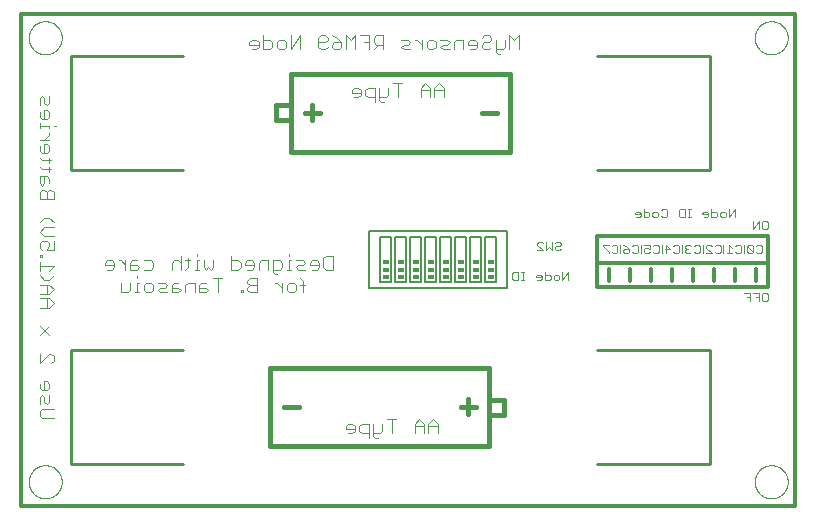
<source format=gbo>
G75*
%MOIN*%
%OFA0B0*%
%FSLAX25Y25*%
%IPPOS*%
%LPD*%
%AMOC8*
5,1,8,0,0,1.08239X$1,22.5*
%
%ADD10C,0.00000*%
%ADD11C,0.01200*%
%ADD12C,0.00400*%
%ADD13C,0.00300*%
%ADD14C,0.01000*%
%ADD15C,0.01600*%
%ADD16C,0.00800*%
%ADD17C,0.00700*%
%ADD18C,0.00600*%
%ADD19R,0.02000X0.01500*%
D10*
X0004288Y0009800D02*
X0004290Y0009948D01*
X0004296Y0010096D01*
X0004306Y0010244D01*
X0004320Y0010391D01*
X0004338Y0010538D01*
X0004359Y0010684D01*
X0004385Y0010830D01*
X0004415Y0010975D01*
X0004448Y0011119D01*
X0004486Y0011262D01*
X0004527Y0011404D01*
X0004572Y0011545D01*
X0004620Y0011685D01*
X0004673Y0011824D01*
X0004729Y0011961D01*
X0004789Y0012096D01*
X0004852Y0012230D01*
X0004919Y0012362D01*
X0004990Y0012492D01*
X0005064Y0012620D01*
X0005141Y0012746D01*
X0005222Y0012870D01*
X0005306Y0012992D01*
X0005393Y0013111D01*
X0005484Y0013228D01*
X0005578Y0013343D01*
X0005674Y0013455D01*
X0005774Y0013565D01*
X0005876Y0013671D01*
X0005982Y0013775D01*
X0006090Y0013876D01*
X0006201Y0013974D01*
X0006314Y0014070D01*
X0006430Y0014162D01*
X0006548Y0014251D01*
X0006669Y0014336D01*
X0006792Y0014419D01*
X0006917Y0014498D01*
X0007044Y0014574D01*
X0007173Y0014646D01*
X0007304Y0014715D01*
X0007437Y0014780D01*
X0007572Y0014841D01*
X0007708Y0014899D01*
X0007845Y0014954D01*
X0007984Y0015004D01*
X0008125Y0015051D01*
X0008266Y0015094D01*
X0008409Y0015134D01*
X0008553Y0015169D01*
X0008697Y0015201D01*
X0008843Y0015228D01*
X0008989Y0015252D01*
X0009136Y0015272D01*
X0009283Y0015288D01*
X0009430Y0015300D01*
X0009578Y0015308D01*
X0009726Y0015312D01*
X0009874Y0015312D01*
X0010022Y0015308D01*
X0010170Y0015300D01*
X0010317Y0015288D01*
X0010464Y0015272D01*
X0010611Y0015252D01*
X0010757Y0015228D01*
X0010903Y0015201D01*
X0011047Y0015169D01*
X0011191Y0015134D01*
X0011334Y0015094D01*
X0011475Y0015051D01*
X0011616Y0015004D01*
X0011755Y0014954D01*
X0011892Y0014899D01*
X0012028Y0014841D01*
X0012163Y0014780D01*
X0012296Y0014715D01*
X0012427Y0014646D01*
X0012556Y0014574D01*
X0012683Y0014498D01*
X0012808Y0014419D01*
X0012931Y0014336D01*
X0013052Y0014251D01*
X0013170Y0014162D01*
X0013286Y0014070D01*
X0013399Y0013974D01*
X0013510Y0013876D01*
X0013618Y0013775D01*
X0013724Y0013671D01*
X0013826Y0013565D01*
X0013926Y0013455D01*
X0014022Y0013343D01*
X0014116Y0013228D01*
X0014207Y0013111D01*
X0014294Y0012992D01*
X0014378Y0012870D01*
X0014459Y0012746D01*
X0014536Y0012620D01*
X0014610Y0012492D01*
X0014681Y0012362D01*
X0014748Y0012230D01*
X0014811Y0012096D01*
X0014871Y0011961D01*
X0014927Y0011824D01*
X0014980Y0011685D01*
X0015028Y0011545D01*
X0015073Y0011404D01*
X0015114Y0011262D01*
X0015152Y0011119D01*
X0015185Y0010975D01*
X0015215Y0010830D01*
X0015241Y0010684D01*
X0015262Y0010538D01*
X0015280Y0010391D01*
X0015294Y0010244D01*
X0015304Y0010096D01*
X0015310Y0009948D01*
X0015312Y0009800D01*
X0015310Y0009652D01*
X0015304Y0009504D01*
X0015294Y0009356D01*
X0015280Y0009209D01*
X0015262Y0009062D01*
X0015241Y0008916D01*
X0015215Y0008770D01*
X0015185Y0008625D01*
X0015152Y0008481D01*
X0015114Y0008338D01*
X0015073Y0008196D01*
X0015028Y0008055D01*
X0014980Y0007915D01*
X0014927Y0007776D01*
X0014871Y0007639D01*
X0014811Y0007504D01*
X0014748Y0007370D01*
X0014681Y0007238D01*
X0014610Y0007108D01*
X0014536Y0006980D01*
X0014459Y0006854D01*
X0014378Y0006730D01*
X0014294Y0006608D01*
X0014207Y0006489D01*
X0014116Y0006372D01*
X0014022Y0006257D01*
X0013926Y0006145D01*
X0013826Y0006035D01*
X0013724Y0005929D01*
X0013618Y0005825D01*
X0013510Y0005724D01*
X0013399Y0005626D01*
X0013286Y0005530D01*
X0013170Y0005438D01*
X0013052Y0005349D01*
X0012931Y0005264D01*
X0012808Y0005181D01*
X0012683Y0005102D01*
X0012556Y0005026D01*
X0012427Y0004954D01*
X0012296Y0004885D01*
X0012163Y0004820D01*
X0012028Y0004759D01*
X0011892Y0004701D01*
X0011755Y0004646D01*
X0011616Y0004596D01*
X0011475Y0004549D01*
X0011334Y0004506D01*
X0011191Y0004466D01*
X0011047Y0004431D01*
X0010903Y0004399D01*
X0010757Y0004372D01*
X0010611Y0004348D01*
X0010464Y0004328D01*
X0010317Y0004312D01*
X0010170Y0004300D01*
X0010022Y0004292D01*
X0009874Y0004288D01*
X0009726Y0004288D01*
X0009578Y0004292D01*
X0009430Y0004300D01*
X0009283Y0004312D01*
X0009136Y0004328D01*
X0008989Y0004348D01*
X0008843Y0004372D01*
X0008697Y0004399D01*
X0008553Y0004431D01*
X0008409Y0004466D01*
X0008266Y0004506D01*
X0008125Y0004549D01*
X0007984Y0004596D01*
X0007845Y0004646D01*
X0007708Y0004701D01*
X0007572Y0004759D01*
X0007437Y0004820D01*
X0007304Y0004885D01*
X0007173Y0004954D01*
X0007044Y0005026D01*
X0006917Y0005102D01*
X0006792Y0005181D01*
X0006669Y0005264D01*
X0006548Y0005349D01*
X0006430Y0005438D01*
X0006314Y0005530D01*
X0006201Y0005626D01*
X0006090Y0005724D01*
X0005982Y0005825D01*
X0005876Y0005929D01*
X0005774Y0006035D01*
X0005674Y0006145D01*
X0005578Y0006257D01*
X0005484Y0006372D01*
X0005393Y0006489D01*
X0005306Y0006608D01*
X0005222Y0006730D01*
X0005141Y0006854D01*
X0005064Y0006980D01*
X0004990Y0007108D01*
X0004919Y0007238D01*
X0004852Y0007370D01*
X0004789Y0007504D01*
X0004729Y0007639D01*
X0004673Y0007776D01*
X0004620Y0007915D01*
X0004572Y0008055D01*
X0004527Y0008196D01*
X0004486Y0008338D01*
X0004448Y0008481D01*
X0004415Y0008625D01*
X0004385Y0008770D01*
X0004359Y0008916D01*
X0004338Y0009062D01*
X0004320Y0009209D01*
X0004306Y0009356D01*
X0004296Y0009504D01*
X0004290Y0009652D01*
X0004288Y0009800D01*
X0004288Y0157800D02*
X0004290Y0157948D01*
X0004296Y0158096D01*
X0004306Y0158244D01*
X0004320Y0158391D01*
X0004338Y0158538D01*
X0004359Y0158684D01*
X0004385Y0158830D01*
X0004415Y0158975D01*
X0004448Y0159119D01*
X0004486Y0159262D01*
X0004527Y0159404D01*
X0004572Y0159545D01*
X0004620Y0159685D01*
X0004673Y0159824D01*
X0004729Y0159961D01*
X0004789Y0160096D01*
X0004852Y0160230D01*
X0004919Y0160362D01*
X0004990Y0160492D01*
X0005064Y0160620D01*
X0005141Y0160746D01*
X0005222Y0160870D01*
X0005306Y0160992D01*
X0005393Y0161111D01*
X0005484Y0161228D01*
X0005578Y0161343D01*
X0005674Y0161455D01*
X0005774Y0161565D01*
X0005876Y0161671D01*
X0005982Y0161775D01*
X0006090Y0161876D01*
X0006201Y0161974D01*
X0006314Y0162070D01*
X0006430Y0162162D01*
X0006548Y0162251D01*
X0006669Y0162336D01*
X0006792Y0162419D01*
X0006917Y0162498D01*
X0007044Y0162574D01*
X0007173Y0162646D01*
X0007304Y0162715D01*
X0007437Y0162780D01*
X0007572Y0162841D01*
X0007708Y0162899D01*
X0007845Y0162954D01*
X0007984Y0163004D01*
X0008125Y0163051D01*
X0008266Y0163094D01*
X0008409Y0163134D01*
X0008553Y0163169D01*
X0008697Y0163201D01*
X0008843Y0163228D01*
X0008989Y0163252D01*
X0009136Y0163272D01*
X0009283Y0163288D01*
X0009430Y0163300D01*
X0009578Y0163308D01*
X0009726Y0163312D01*
X0009874Y0163312D01*
X0010022Y0163308D01*
X0010170Y0163300D01*
X0010317Y0163288D01*
X0010464Y0163272D01*
X0010611Y0163252D01*
X0010757Y0163228D01*
X0010903Y0163201D01*
X0011047Y0163169D01*
X0011191Y0163134D01*
X0011334Y0163094D01*
X0011475Y0163051D01*
X0011616Y0163004D01*
X0011755Y0162954D01*
X0011892Y0162899D01*
X0012028Y0162841D01*
X0012163Y0162780D01*
X0012296Y0162715D01*
X0012427Y0162646D01*
X0012556Y0162574D01*
X0012683Y0162498D01*
X0012808Y0162419D01*
X0012931Y0162336D01*
X0013052Y0162251D01*
X0013170Y0162162D01*
X0013286Y0162070D01*
X0013399Y0161974D01*
X0013510Y0161876D01*
X0013618Y0161775D01*
X0013724Y0161671D01*
X0013826Y0161565D01*
X0013926Y0161455D01*
X0014022Y0161343D01*
X0014116Y0161228D01*
X0014207Y0161111D01*
X0014294Y0160992D01*
X0014378Y0160870D01*
X0014459Y0160746D01*
X0014536Y0160620D01*
X0014610Y0160492D01*
X0014681Y0160362D01*
X0014748Y0160230D01*
X0014811Y0160096D01*
X0014871Y0159961D01*
X0014927Y0159824D01*
X0014980Y0159685D01*
X0015028Y0159545D01*
X0015073Y0159404D01*
X0015114Y0159262D01*
X0015152Y0159119D01*
X0015185Y0158975D01*
X0015215Y0158830D01*
X0015241Y0158684D01*
X0015262Y0158538D01*
X0015280Y0158391D01*
X0015294Y0158244D01*
X0015304Y0158096D01*
X0015310Y0157948D01*
X0015312Y0157800D01*
X0015310Y0157652D01*
X0015304Y0157504D01*
X0015294Y0157356D01*
X0015280Y0157209D01*
X0015262Y0157062D01*
X0015241Y0156916D01*
X0015215Y0156770D01*
X0015185Y0156625D01*
X0015152Y0156481D01*
X0015114Y0156338D01*
X0015073Y0156196D01*
X0015028Y0156055D01*
X0014980Y0155915D01*
X0014927Y0155776D01*
X0014871Y0155639D01*
X0014811Y0155504D01*
X0014748Y0155370D01*
X0014681Y0155238D01*
X0014610Y0155108D01*
X0014536Y0154980D01*
X0014459Y0154854D01*
X0014378Y0154730D01*
X0014294Y0154608D01*
X0014207Y0154489D01*
X0014116Y0154372D01*
X0014022Y0154257D01*
X0013926Y0154145D01*
X0013826Y0154035D01*
X0013724Y0153929D01*
X0013618Y0153825D01*
X0013510Y0153724D01*
X0013399Y0153626D01*
X0013286Y0153530D01*
X0013170Y0153438D01*
X0013052Y0153349D01*
X0012931Y0153264D01*
X0012808Y0153181D01*
X0012683Y0153102D01*
X0012556Y0153026D01*
X0012427Y0152954D01*
X0012296Y0152885D01*
X0012163Y0152820D01*
X0012028Y0152759D01*
X0011892Y0152701D01*
X0011755Y0152646D01*
X0011616Y0152596D01*
X0011475Y0152549D01*
X0011334Y0152506D01*
X0011191Y0152466D01*
X0011047Y0152431D01*
X0010903Y0152399D01*
X0010757Y0152372D01*
X0010611Y0152348D01*
X0010464Y0152328D01*
X0010317Y0152312D01*
X0010170Y0152300D01*
X0010022Y0152292D01*
X0009874Y0152288D01*
X0009726Y0152288D01*
X0009578Y0152292D01*
X0009430Y0152300D01*
X0009283Y0152312D01*
X0009136Y0152328D01*
X0008989Y0152348D01*
X0008843Y0152372D01*
X0008697Y0152399D01*
X0008553Y0152431D01*
X0008409Y0152466D01*
X0008266Y0152506D01*
X0008125Y0152549D01*
X0007984Y0152596D01*
X0007845Y0152646D01*
X0007708Y0152701D01*
X0007572Y0152759D01*
X0007437Y0152820D01*
X0007304Y0152885D01*
X0007173Y0152954D01*
X0007044Y0153026D01*
X0006917Y0153102D01*
X0006792Y0153181D01*
X0006669Y0153264D01*
X0006548Y0153349D01*
X0006430Y0153438D01*
X0006314Y0153530D01*
X0006201Y0153626D01*
X0006090Y0153724D01*
X0005982Y0153825D01*
X0005876Y0153929D01*
X0005774Y0154035D01*
X0005674Y0154145D01*
X0005578Y0154257D01*
X0005484Y0154372D01*
X0005393Y0154489D01*
X0005306Y0154608D01*
X0005222Y0154730D01*
X0005141Y0154854D01*
X0005064Y0154980D01*
X0004990Y0155108D01*
X0004919Y0155238D01*
X0004852Y0155370D01*
X0004789Y0155504D01*
X0004729Y0155639D01*
X0004673Y0155776D01*
X0004620Y0155915D01*
X0004572Y0156055D01*
X0004527Y0156196D01*
X0004486Y0156338D01*
X0004448Y0156481D01*
X0004415Y0156625D01*
X0004385Y0156770D01*
X0004359Y0156916D01*
X0004338Y0157062D01*
X0004320Y0157209D01*
X0004306Y0157356D01*
X0004296Y0157504D01*
X0004290Y0157652D01*
X0004288Y0157800D01*
X0246288Y0157800D02*
X0246290Y0157948D01*
X0246296Y0158096D01*
X0246306Y0158244D01*
X0246320Y0158391D01*
X0246338Y0158538D01*
X0246359Y0158684D01*
X0246385Y0158830D01*
X0246415Y0158975D01*
X0246448Y0159119D01*
X0246486Y0159262D01*
X0246527Y0159404D01*
X0246572Y0159545D01*
X0246620Y0159685D01*
X0246673Y0159824D01*
X0246729Y0159961D01*
X0246789Y0160096D01*
X0246852Y0160230D01*
X0246919Y0160362D01*
X0246990Y0160492D01*
X0247064Y0160620D01*
X0247141Y0160746D01*
X0247222Y0160870D01*
X0247306Y0160992D01*
X0247393Y0161111D01*
X0247484Y0161228D01*
X0247578Y0161343D01*
X0247674Y0161455D01*
X0247774Y0161565D01*
X0247876Y0161671D01*
X0247982Y0161775D01*
X0248090Y0161876D01*
X0248201Y0161974D01*
X0248314Y0162070D01*
X0248430Y0162162D01*
X0248548Y0162251D01*
X0248669Y0162336D01*
X0248792Y0162419D01*
X0248917Y0162498D01*
X0249044Y0162574D01*
X0249173Y0162646D01*
X0249304Y0162715D01*
X0249437Y0162780D01*
X0249572Y0162841D01*
X0249708Y0162899D01*
X0249845Y0162954D01*
X0249984Y0163004D01*
X0250125Y0163051D01*
X0250266Y0163094D01*
X0250409Y0163134D01*
X0250553Y0163169D01*
X0250697Y0163201D01*
X0250843Y0163228D01*
X0250989Y0163252D01*
X0251136Y0163272D01*
X0251283Y0163288D01*
X0251430Y0163300D01*
X0251578Y0163308D01*
X0251726Y0163312D01*
X0251874Y0163312D01*
X0252022Y0163308D01*
X0252170Y0163300D01*
X0252317Y0163288D01*
X0252464Y0163272D01*
X0252611Y0163252D01*
X0252757Y0163228D01*
X0252903Y0163201D01*
X0253047Y0163169D01*
X0253191Y0163134D01*
X0253334Y0163094D01*
X0253475Y0163051D01*
X0253616Y0163004D01*
X0253755Y0162954D01*
X0253892Y0162899D01*
X0254028Y0162841D01*
X0254163Y0162780D01*
X0254296Y0162715D01*
X0254427Y0162646D01*
X0254556Y0162574D01*
X0254683Y0162498D01*
X0254808Y0162419D01*
X0254931Y0162336D01*
X0255052Y0162251D01*
X0255170Y0162162D01*
X0255286Y0162070D01*
X0255399Y0161974D01*
X0255510Y0161876D01*
X0255618Y0161775D01*
X0255724Y0161671D01*
X0255826Y0161565D01*
X0255926Y0161455D01*
X0256022Y0161343D01*
X0256116Y0161228D01*
X0256207Y0161111D01*
X0256294Y0160992D01*
X0256378Y0160870D01*
X0256459Y0160746D01*
X0256536Y0160620D01*
X0256610Y0160492D01*
X0256681Y0160362D01*
X0256748Y0160230D01*
X0256811Y0160096D01*
X0256871Y0159961D01*
X0256927Y0159824D01*
X0256980Y0159685D01*
X0257028Y0159545D01*
X0257073Y0159404D01*
X0257114Y0159262D01*
X0257152Y0159119D01*
X0257185Y0158975D01*
X0257215Y0158830D01*
X0257241Y0158684D01*
X0257262Y0158538D01*
X0257280Y0158391D01*
X0257294Y0158244D01*
X0257304Y0158096D01*
X0257310Y0157948D01*
X0257312Y0157800D01*
X0257310Y0157652D01*
X0257304Y0157504D01*
X0257294Y0157356D01*
X0257280Y0157209D01*
X0257262Y0157062D01*
X0257241Y0156916D01*
X0257215Y0156770D01*
X0257185Y0156625D01*
X0257152Y0156481D01*
X0257114Y0156338D01*
X0257073Y0156196D01*
X0257028Y0156055D01*
X0256980Y0155915D01*
X0256927Y0155776D01*
X0256871Y0155639D01*
X0256811Y0155504D01*
X0256748Y0155370D01*
X0256681Y0155238D01*
X0256610Y0155108D01*
X0256536Y0154980D01*
X0256459Y0154854D01*
X0256378Y0154730D01*
X0256294Y0154608D01*
X0256207Y0154489D01*
X0256116Y0154372D01*
X0256022Y0154257D01*
X0255926Y0154145D01*
X0255826Y0154035D01*
X0255724Y0153929D01*
X0255618Y0153825D01*
X0255510Y0153724D01*
X0255399Y0153626D01*
X0255286Y0153530D01*
X0255170Y0153438D01*
X0255052Y0153349D01*
X0254931Y0153264D01*
X0254808Y0153181D01*
X0254683Y0153102D01*
X0254556Y0153026D01*
X0254427Y0152954D01*
X0254296Y0152885D01*
X0254163Y0152820D01*
X0254028Y0152759D01*
X0253892Y0152701D01*
X0253755Y0152646D01*
X0253616Y0152596D01*
X0253475Y0152549D01*
X0253334Y0152506D01*
X0253191Y0152466D01*
X0253047Y0152431D01*
X0252903Y0152399D01*
X0252757Y0152372D01*
X0252611Y0152348D01*
X0252464Y0152328D01*
X0252317Y0152312D01*
X0252170Y0152300D01*
X0252022Y0152292D01*
X0251874Y0152288D01*
X0251726Y0152288D01*
X0251578Y0152292D01*
X0251430Y0152300D01*
X0251283Y0152312D01*
X0251136Y0152328D01*
X0250989Y0152348D01*
X0250843Y0152372D01*
X0250697Y0152399D01*
X0250553Y0152431D01*
X0250409Y0152466D01*
X0250266Y0152506D01*
X0250125Y0152549D01*
X0249984Y0152596D01*
X0249845Y0152646D01*
X0249708Y0152701D01*
X0249572Y0152759D01*
X0249437Y0152820D01*
X0249304Y0152885D01*
X0249173Y0152954D01*
X0249044Y0153026D01*
X0248917Y0153102D01*
X0248792Y0153181D01*
X0248669Y0153264D01*
X0248548Y0153349D01*
X0248430Y0153438D01*
X0248314Y0153530D01*
X0248201Y0153626D01*
X0248090Y0153724D01*
X0247982Y0153825D01*
X0247876Y0153929D01*
X0247774Y0154035D01*
X0247674Y0154145D01*
X0247578Y0154257D01*
X0247484Y0154372D01*
X0247393Y0154489D01*
X0247306Y0154608D01*
X0247222Y0154730D01*
X0247141Y0154854D01*
X0247064Y0154980D01*
X0246990Y0155108D01*
X0246919Y0155238D01*
X0246852Y0155370D01*
X0246789Y0155504D01*
X0246729Y0155639D01*
X0246673Y0155776D01*
X0246620Y0155915D01*
X0246572Y0156055D01*
X0246527Y0156196D01*
X0246486Y0156338D01*
X0246448Y0156481D01*
X0246415Y0156625D01*
X0246385Y0156770D01*
X0246359Y0156916D01*
X0246338Y0157062D01*
X0246320Y0157209D01*
X0246306Y0157356D01*
X0246296Y0157504D01*
X0246290Y0157652D01*
X0246288Y0157800D01*
X0246288Y0009800D02*
X0246290Y0009948D01*
X0246296Y0010096D01*
X0246306Y0010244D01*
X0246320Y0010391D01*
X0246338Y0010538D01*
X0246359Y0010684D01*
X0246385Y0010830D01*
X0246415Y0010975D01*
X0246448Y0011119D01*
X0246486Y0011262D01*
X0246527Y0011404D01*
X0246572Y0011545D01*
X0246620Y0011685D01*
X0246673Y0011824D01*
X0246729Y0011961D01*
X0246789Y0012096D01*
X0246852Y0012230D01*
X0246919Y0012362D01*
X0246990Y0012492D01*
X0247064Y0012620D01*
X0247141Y0012746D01*
X0247222Y0012870D01*
X0247306Y0012992D01*
X0247393Y0013111D01*
X0247484Y0013228D01*
X0247578Y0013343D01*
X0247674Y0013455D01*
X0247774Y0013565D01*
X0247876Y0013671D01*
X0247982Y0013775D01*
X0248090Y0013876D01*
X0248201Y0013974D01*
X0248314Y0014070D01*
X0248430Y0014162D01*
X0248548Y0014251D01*
X0248669Y0014336D01*
X0248792Y0014419D01*
X0248917Y0014498D01*
X0249044Y0014574D01*
X0249173Y0014646D01*
X0249304Y0014715D01*
X0249437Y0014780D01*
X0249572Y0014841D01*
X0249708Y0014899D01*
X0249845Y0014954D01*
X0249984Y0015004D01*
X0250125Y0015051D01*
X0250266Y0015094D01*
X0250409Y0015134D01*
X0250553Y0015169D01*
X0250697Y0015201D01*
X0250843Y0015228D01*
X0250989Y0015252D01*
X0251136Y0015272D01*
X0251283Y0015288D01*
X0251430Y0015300D01*
X0251578Y0015308D01*
X0251726Y0015312D01*
X0251874Y0015312D01*
X0252022Y0015308D01*
X0252170Y0015300D01*
X0252317Y0015288D01*
X0252464Y0015272D01*
X0252611Y0015252D01*
X0252757Y0015228D01*
X0252903Y0015201D01*
X0253047Y0015169D01*
X0253191Y0015134D01*
X0253334Y0015094D01*
X0253475Y0015051D01*
X0253616Y0015004D01*
X0253755Y0014954D01*
X0253892Y0014899D01*
X0254028Y0014841D01*
X0254163Y0014780D01*
X0254296Y0014715D01*
X0254427Y0014646D01*
X0254556Y0014574D01*
X0254683Y0014498D01*
X0254808Y0014419D01*
X0254931Y0014336D01*
X0255052Y0014251D01*
X0255170Y0014162D01*
X0255286Y0014070D01*
X0255399Y0013974D01*
X0255510Y0013876D01*
X0255618Y0013775D01*
X0255724Y0013671D01*
X0255826Y0013565D01*
X0255926Y0013455D01*
X0256022Y0013343D01*
X0256116Y0013228D01*
X0256207Y0013111D01*
X0256294Y0012992D01*
X0256378Y0012870D01*
X0256459Y0012746D01*
X0256536Y0012620D01*
X0256610Y0012492D01*
X0256681Y0012362D01*
X0256748Y0012230D01*
X0256811Y0012096D01*
X0256871Y0011961D01*
X0256927Y0011824D01*
X0256980Y0011685D01*
X0257028Y0011545D01*
X0257073Y0011404D01*
X0257114Y0011262D01*
X0257152Y0011119D01*
X0257185Y0010975D01*
X0257215Y0010830D01*
X0257241Y0010684D01*
X0257262Y0010538D01*
X0257280Y0010391D01*
X0257294Y0010244D01*
X0257304Y0010096D01*
X0257310Y0009948D01*
X0257312Y0009800D01*
X0257310Y0009652D01*
X0257304Y0009504D01*
X0257294Y0009356D01*
X0257280Y0009209D01*
X0257262Y0009062D01*
X0257241Y0008916D01*
X0257215Y0008770D01*
X0257185Y0008625D01*
X0257152Y0008481D01*
X0257114Y0008338D01*
X0257073Y0008196D01*
X0257028Y0008055D01*
X0256980Y0007915D01*
X0256927Y0007776D01*
X0256871Y0007639D01*
X0256811Y0007504D01*
X0256748Y0007370D01*
X0256681Y0007238D01*
X0256610Y0007108D01*
X0256536Y0006980D01*
X0256459Y0006854D01*
X0256378Y0006730D01*
X0256294Y0006608D01*
X0256207Y0006489D01*
X0256116Y0006372D01*
X0256022Y0006257D01*
X0255926Y0006145D01*
X0255826Y0006035D01*
X0255724Y0005929D01*
X0255618Y0005825D01*
X0255510Y0005724D01*
X0255399Y0005626D01*
X0255286Y0005530D01*
X0255170Y0005438D01*
X0255052Y0005349D01*
X0254931Y0005264D01*
X0254808Y0005181D01*
X0254683Y0005102D01*
X0254556Y0005026D01*
X0254427Y0004954D01*
X0254296Y0004885D01*
X0254163Y0004820D01*
X0254028Y0004759D01*
X0253892Y0004701D01*
X0253755Y0004646D01*
X0253616Y0004596D01*
X0253475Y0004549D01*
X0253334Y0004506D01*
X0253191Y0004466D01*
X0253047Y0004431D01*
X0252903Y0004399D01*
X0252757Y0004372D01*
X0252611Y0004348D01*
X0252464Y0004328D01*
X0252317Y0004312D01*
X0252170Y0004300D01*
X0252022Y0004292D01*
X0251874Y0004288D01*
X0251726Y0004288D01*
X0251578Y0004292D01*
X0251430Y0004300D01*
X0251283Y0004312D01*
X0251136Y0004328D01*
X0250989Y0004348D01*
X0250843Y0004372D01*
X0250697Y0004399D01*
X0250553Y0004431D01*
X0250409Y0004466D01*
X0250266Y0004506D01*
X0250125Y0004549D01*
X0249984Y0004596D01*
X0249845Y0004646D01*
X0249708Y0004701D01*
X0249572Y0004759D01*
X0249437Y0004820D01*
X0249304Y0004885D01*
X0249173Y0004954D01*
X0249044Y0005026D01*
X0248917Y0005102D01*
X0248792Y0005181D01*
X0248669Y0005264D01*
X0248548Y0005349D01*
X0248430Y0005438D01*
X0248314Y0005530D01*
X0248201Y0005626D01*
X0248090Y0005724D01*
X0247982Y0005825D01*
X0247876Y0005929D01*
X0247774Y0006035D01*
X0247674Y0006145D01*
X0247578Y0006257D01*
X0247484Y0006372D01*
X0247393Y0006489D01*
X0247306Y0006608D01*
X0247222Y0006730D01*
X0247141Y0006854D01*
X0247064Y0006980D01*
X0246990Y0007108D01*
X0246919Y0007238D01*
X0246852Y0007370D01*
X0246789Y0007504D01*
X0246729Y0007639D01*
X0246673Y0007776D01*
X0246620Y0007915D01*
X0246572Y0008055D01*
X0246527Y0008196D01*
X0246486Y0008338D01*
X0246448Y0008481D01*
X0246415Y0008625D01*
X0246385Y0008770D01*
X0246359Y0008916D01*
X0246338Y0009062D01*
X0246320Y0009209D01*
X0246306Y0009356D01*
X0246296Y0009504D01*
X0246290Y0009652D01*
X0246288Y0009800D01*
D11*
X0001800Y0001800D02*
X0001800Y0165501D01*
X0001800Y0165800D02*
X0259800Y0165800D01*
X0259800Y0001800D01*
X0259721Y0001800D02*
X0001800Y0001800D01*
X0193800Y0074800D02*
X0193800Y0082800D01*
X0250800Y0082800D01*
X0250800Y0074800D01*
X0193800Y0074800D01*
X0197800Y0076800D02*
X0197800Y0080800D01*
X0193800Y0082800D02*
X0193800Y0091800D01*
X0250800Y0091800D01*
X0250800Y0082800D01*
X0246800Y0080800D02*
X0246800Y0076800D01*
X0239800Y0076800D02*
X0239800Y0080800D01*
X0232800Y0080800D02*
X0232800Y0076800D01*
X0225800Y0076800D02*
X0225800Y0080800D01*
X0218800Y0080800D02*
X0218800Y0076800D01*
X0211800Y0076800D02*
X0211800Y0080800D01*
X0204800Y0080800D02*
X0204800Y0076800D01*
D12*
X0140600Y0029069D02*
X0139065Y0030604D01*
X0137531Y0029069D01*
X0137531Y0026000D01*
X0135996Y0026000D02*
X0135996Y0029069D01*
X0134461Y0030604D01*
X0132927Y0029069D01*
X0132927Y0026000D01*
X0132927Y0028302D02*
X0135996Y0028302D01*
X0137531Y0028302D02*
X0140600Y0028302D01*
X0140600Y0029069D02*
X0140600Y0026000D01*
X0126788Y0030604D02*
X0123719Y0030604D01*
X0125254Y0030604D02*
X0125254Y0026000D01*
X0122184Y0026767D02*
X0121417Y0026000D01*
X0119115Y0026000D01*
X0119115Y0025233D02*
X0119882Y0024465D01*
X0120650Y0024465D01*
X0119115Y0025233D02*
X0119115Y0029069D01*
X0117580Y0029069D02*
X0115278Y0029069D01*
X0114511Y0028302D01*
X0114511Y0026767D01*
X0115278Y0026000D01*
X0117580Y0026000D01*
X0117580Y0024465D02*
X0117580Y0029069D01*
X0112976Y0028302D02*
X0112209Y0029069D01*
X0110674Y0029069D01*
X0109907Y0028302D01*
X0109907Y0027535D01*
X0112976Y0027535D01*
X0112976Y0028302D02*
X0112976Y0026767D01*
X0112209Y0026000D01*
X0110674Y0026000D01*
X0122184Y0026767D02*
X0122184Y0029069D01*
X0095625Y0073000D02*
X0095625Y0076837D01*
X0094858Y0077604D01*
X0092556Y0076069D02*
X0093323Y0075302D01*
X0093323Y0073767D01*
X0092556Y0073000D01*
X0091021Y0073000D01*
X0090254Y0073767D01*
X0090254Y0075302D01*
X0091021Y0076069D01*
X0092556Y0076069D01*
X0094858Y0075302D02*
X0096392Y0075302D01*
X0088719Y0076069D02*
X0088719Y0073000D01*
X0088719Y0074535D02*
X0087184Y0076069D01*
X0086417Y0076069D01*
X0086417Y0078965D02*
X0085650Y0079733D01*
X0085650Y0083569D01*
X0087952Y0083569D01*
X0088719Y0082802D01*
X0088719Y0081267D01*
X0087952Y0080500D01*
X0085650Y0080500D01*
X0084115Y0080500D02*
X0084115Y0083569D01*
X0081813Y0083569D01*
X0081046Y0082802D01*
X0081046Y0080500D01*
X0079511Y0081267D02*
X0079511Y0082802D01*
X0078744Y0083569D01*
X0077209Y0083569D01*
X0076442Y0082802D01*
X0076442Y0082035D01*
X0079511Y0082035D01*
X0079511Y0081267D02*
X0078744Y0080500D01*
X0077209Y0080500D01*
X0074907Y0081267D02*
X0074907Y0082802D01*
X0074140Y0083569D01*
X0071838Y0083569D01*
X0071838Y0085104D02*
X0071838Y0080500D01*
X0074140Y0080500D01*
X0074907Y0081267D01*
X0077976Y0077604D02*
X0077209Y0076837D01*
X0077209Y0076069D01*
X0077976Y0075302D01*
X0080278Y0075302D01*
X0077976Y0075302D02*
X0077209Y0074535D01*
X0077209Y0073767D01*
X0077976Y0073000D01*
X0080278Y0073000D01*
X0080278Y0077604D01*
X0077976Y0077604D01*
X0075674Y0073767D02*
X0074907Y0073767D01*
X0074907Y0073000D01*
X0075674Y0073000D01*
X0075674Y0073767D01*
X0068769Y0077604D02*
X0065699Y0077604D01*
X0067234Y0077604D02*
X0067234Y0073000D01*
X0064165Y0073767D02*
X0063397Y0074535D01*
X0061095Y0074535D01*
X0061095Y0075302D02*
X0061095Y0073000D01*
X0063397Y0073000D01*
X0064165Y0073767D01*
X0063397Y0076069D02*
X0061863Y0076069D01*
X0061095Y0075302D01*
X0059561Y0076069D02*
X0059561Y0073000D01*
X0056491Y0073000D02*
X0056491Y0075302D01*
X0057259Y0076069D01*
X0059561Y0076069D01*
X0054957Y0073767D02*
X0054190Y0074535D01*
X0051888Y0074535D01*
X0051888Y0075302D02*
X0051888Y0073000D01*
X0054190Y0073000D01*
X0054957Y0073767D01*
X0054190Y0076069D02*
X0052655Y0076069D01*
X0051888Y0075302D01*
X0050353Y0075302D02*
X0049586Y0076069D01*
X0047284Y0076069D01*
X0048051Y0074535D02*
X0049586Y0074535D01*
X0050353Y0075302D01*
X0050353Y0073000D02*
X0048051Y0073000D01*
X0047284Y0073767D01*
X0048051Y0074535D01*
X0045749Y0075302D02*
X0044982Y0076069D01*
X0043447Y0076069D01*
X0042680Y0075302D01*
X0042680Y0073767D01*
X0043447Y0073000D01*
X0044982Y0073000D01*
X0045749Y0073767D01*
X0045749Y0075302D01*
X0041145Y0076069D02*
X0040378Y0076069D01*
X0040378Y0073000D01*
X0041145Y0073000D02*
X0039610Y0073000D01*
X0038076Y0073767D02*
X0037308Y0073000D01*
X0035007Y0073000D01*
X0035007Y0076069D01*
X0038076Y0076069D02*
X0038076Y0073767D01*
X0040378Y0077604D02*
X0040378Y0078371D01*
X0040378Y0080500D02*
X0038076Y0080500D01*
X0038076Y0082802D01*
X0038843Y0083569D01*
X0040378Y0083569D01*
X0040378Y0082035D02*
X0038076Y0082035D01*
X0036541Y0082035D02*
X0035007Y0083569D01*
X0034239Y0083569D01*
X0032705Y0082802D02*
X0032705Y0081267D01*
X0031937Y0080500D01*
X0030403Y0080500D01*
X0029635Y0082035D02*
X0032705Y0082035D01*
X0032705Y0082802D02*
X0031937Y0083569D01*
X0030403Y0083569D01*
X0029635Y0082802D01*
X0029635Y0082035D01*
X0036541Y0080500D02*
X0036541Y0083569D01*
X0040378Y0082035D02*
X0041145Y0081267D01*
X0040378Y0080500D01*
X0042680Y0080500D02*
X0044982Y0080500D01*
X0045749Y0081267D01*
X0045749Y0082802D01*
X0044982Y0083569D01*
X0042680Y0083569D01*
X0051888Y0082802D02*
X0051888Y0080500D01*
X0051888Y0082802D02*
X0052655Y0083569D01*
X0054190Y0083569D01*
X0054957Y0082802D01*
X0056491Y0083569D02*
X0058026Y0083569D01*
X0057259Y0084337D02*
X0057259Y0081267D01*
X0056491Y0080500D01*
X0054957Y0080500D02*
X0054957Y0085104D01*
X0060328Y0085104D02*
X0060328Y0085871D01*
X0060328Y0083569D02*
X0060328Y0080500D01*
X0061095Y0080500D02*
X0059561Y0080500D01*
X0062630Y0081267D02*
X0062630Y0083569D01*
X0061095Y0083569D02*
X0060328Y0083569D01*
X0062630Y0081267D02*
X0063397Y0080500D01*
X0064165Y0081267D01*
X0064932Y0080500D01*
X0065699Y0081267D01*
X0065699Y0083569D01*
X0086417Y0078965D02*
X0087184Y0078965D01*
X0090254Y0080500D02*
X0091788Y0080500D01*
X0091021Y0080500D02*
X0091021Y0083569D01*
X0091788Y0083569D01*
X0093323Y0083569D02*
X0095625Y0083569D01*
X0096392Y0082802D01*
X0095625Y0082035D01*
X0094090Y0082035D01*
X0093323Y0081267D01*
X0094090Y0080500D01*
X0096392Y0080500D01*
X0097927Y0082035D02*
X0097927Y0082802D01*
X0098694Y0083569D01*
X0100229Y0083569D01*
X0100996Y0082802D01*
X0100996Y0081267D01*
X0100229Y0080500D01*
X0098694Y0080500D01*
X0097927Y0082035D02*
X0100996Y0082035D01*
X0102531Y0081267D02*
X0102531Y0084337D01*
X0103298Y0085104D01*
X0105600Y0085104D01*
X0105600Y0080500D01*
X0103298Y0080500D01*
X0102531Y0081267D01*
X0091021Y0085104D02*
X0091021Y0085871D01*
X0013371Y0128490D02*
X0012604Y0128490D01*
X0011069Y0128490D02*
X0008000Y0128490D01*
X0008000Y0127723D02*
X0008000Y0129257D01*
X0008767Y0130792D02*
X0010302Y0130792D01*
X0011069Y0131559D01*
X0011069Y0133094D01*
X0010302Y0133861D01*
X0009535Y0133861D01*
X0009535Y0130792D01*
X0008767Y0130792D02*
X0008000Y0131559D01*
X0008000Y0133094D01*
X0008000Y0135396D02*
X0008000Y0137698D01*
X0008767Y0138465D01*
X0009535Y0137698D01*
X0009535Y0136163D01*
X0010302Y0135396D01*
X0011069Y0136163D01*
X0011069Y0138465D01*
X0011069Y0128490D02*
X0011069Y0127723D01*
X0011069Y0126188D02*
X0011069Y0125421D01*
X0009535Y0123886D01*
X0011069Y0123886D02*
X0008000Y0123886D01*
X0009535Y0122351D02*
X0009535Y0119282D01*
X0010302Y0119282D02*
X0011069Y0120049D01*
X0011069Y0121584D01*
X0010302Y0122351D01*
X0009535Y0122351D01*
X0008000Y0121584D02*
X0008000Y0120049D01*
X0008767Y0119282D01*
X0010302Y0119282D01*
X0011069Y0117747D02*
X0011069Y0116213D01*
X0011837Y0116980D02*
X0008767Y0116980D01*
X0008000Y0117747D01*
X0008000Y0114678D02*
X0008767Y0113911D01*
X0011837Y0113911D01*
X0011069Y0113144D02*
X0011069Y0114678D01*
X0010302Y0111609D02*
X0008000Y0111609D01*
X0008000Y0109307D01*
X0008767Y0108540D01*
X0009535Y0109307D01*
X0009535Y0111609D01*
X0010302Y0111609D02*
X0011069Y0110842D01*
X0011069Y0109307D01*
X0011069Y0107005D02*
X0010302Y0106238D01*
X0010302Y0103936D01*
X0010302Y0106238D02*
X0009535Y0107005D01*
X0008767Y0107005D01*
X0008000Y0106238D01*
X0008000Y0103936D01*
X0012604Y0103936D01*
X0012604Y0106238D01*
X0011837Y0107005D01*
X0011069Y0107005D01*
X0011069Y0097797D02*
X0009535Y0097797D01*
X0008000Y0096262D01*
X0009535Y0094728D02*
X0012604Y0094728D01*
X0012604Y0096262D02*
X0011069Y0097797D01*
X0009535Y0094728D02*
X0008000Y0093193D01*
X0009535Y0091659D01*
X0012604Y0091659D01*
X0012604Y0090124D02*
X0012604Y0087055D01*
X0010302Y0087055D01*
X0011069Y0088589D01*
X0011069Y0089357D01*
X0010302Y0090124D01*
X0008767Y0090124D01*
X0008000Y0089357D01*
X0008000Y0087822D01*
X0008767Y0087055D01*
X0008767Y0085520D02*
X0008000Y0085520D01*
X0008000Y0084753D01*
X0008767Y0084753D01*
X0008767Y0085520D01*
X0008000Y0083218D02*
X0008000Y0080149D01*
X0008000Y0081683D02*
X0012604Y0081683D01*
X0011069Y0080149D01*
X0012604Y0078614D02*
X0011069Y0077079D01*
X0009535Y0077079D01*
X0008000Y0078614D01*
X0008000Y0075545D02*
X0011069Y0075545D01*
X0012604Y0074010D01*
X0011069Y0072476D01*
X0008000Y0072476D01*
X0008000Y0070941D02*
X0011069Y0070941D01*
X0012604Y0069406D01*
X0011069Y0067872D01*
X0008000Y0067872D01*
X0010302Y0067872D02*
X0010302Y0070941D01*
X0010302Y0072476D02*
X0010302Y0075545D01*
X0011069Y0061733D02*
X0008000Y0058664D01*
X0011069Y0058664D02*
X0008000Y0061733D01*
X0008000Y0052525D02*
X0008000Y0049456D01*
X0011069Y0052525D01*
X0011837Y0052525D01*
X0012604Y0051758D01*
X0012604Y0050223D01*
X0011837Y0049456D01*
X0010302Y0043317D02*
X0009535Y0043317D01*
X0009535Y0040248D01*
X0010302Y0040248D02*
X0011069Y0041015D01*
X0011069Y0042550D01*
X0010302Y0043317D01*
X0008000Y0042550D02*
X0008000Y0041015D01*
X0008767Y0040248D01*
X0010302Y0040248D01*
X0011069Y0038713D02*
X0011069Y0036411D01*
X0010302Y0035644D01*
X0009535Y0036411D01*
X0009535Y0037946D01*
X0008767Y0038713D01*
X0008000Y0037946D01*
X0008000Y0035644D01*
X0008767Y0034109D02*
X0012604Y0034109D01*
X0008767Y0034109D02*
X0008000Y0033342D01*
X0008000Y0031808D01*
X0008767Y0031040D01*
X0012604Y0031040D01*
X0119580Y0136465D02*
X0119580Y0141069D01*
X0117278Y0141069D01*
X0116511Y0140302D01*
X0116511Y0138767D01*
X0117278Y0138000D01*
X0119580Y0138000D01*
X0121115Y0138000D02*
X0123417Y0138000D01*
X0124184Y0138767D01*
X0124184Y0141069D01*
X0125719Y0142604D02*
X0128788Y0142604D01*
X0127254Y0142604D02*
X0127254Y0138000D01*
X0122650Y0136465D02*
X0121882Y0136465D01*
X0121115Y0137233D01*
X0121115Y0141069D01*
X0114976Y0140302D02*
X0114976Y0138767D01*
X0114209Y0138000D01*
X0112674Y0138000D01*
X0111907Y0139535D02*
X0114976Y0139535D01*
X0114976Y0140302D02*
X0114209Y0141069D01*
X0112674Y0141069D01*
X0111907Y0140302D01*
X0111907Y0139535D01*
X0113120Y0154000D02*
X0113120Y0158604D01*
X0111586Y0157069D01*
X0110051Y0158604D01*
X0110051Y0154000D01*
X0108516Y0154767D02*
X0107749Y0154000D01*
X0106214Y0154000D01*
X0105447Y0154767D01*
X0105447Y0155535D01*
X0106214Y0156302D01*
X0108516Y0156302D01*
X0108516Y0154767D01*
X0108516Y0156302D02*
X0106982Y0157837D01*
X0105447Y0158604D01*
X0103912Y0157837D02*
X0103912Y0157069D01*
X0103145Y0156302D01*
X0100843Y0156302D01*
X0100843Y0154767D02*
X0100843Y0157837D01*
X0101610Y0158604D01*
X0103145Y0158604D01*
X0103912Y0157837D01*
X0103912Y0154767D02*
X0103145Y0154000D01*
X0101610Y0154000D01*
X0100843Y0154767D01*
X0094705Y0154000D02*
X0094705Y0158604D01*
X0091635Y0154000D01*
X0091635Y0158604D01*
X0089333Y0157069D02*
X0090101Y0156302D01*
X0090101Y0154767D01*
X0089333Y0154000D01*
X0087799Y0154000D01*
X0087031Y0154767D01*
X0087031Y0156302D01*
X0087799Y0157069D01*
X0089333Y0157069D01*
X0085497Y0156302D02*
X0085497Y0154767D01*
X0084729Y0154000D01*
X0082427Y0154000D01*
X0082427Y0158604D01*
X0082427Y0157069D02*
X0084729Y0157069D01*
X0085497Y0156302D01*
X0080893Y0156302D02*
X0080893Y0154767D01*
X0080125Y0154000D01*
X0078591Y0154000D01*
X0077823Y0155535D02*
X0080893Y0155535D01*
X0080893Y0156302D02*
X0080125Y0157069D01*
X0078591Y0157069D01*
X0077823Y0156302D01*
X0077823Y0155535D01*
X0114655Y0158604D02*
X0117724Y0158604D01*
X0117724Y0154000D01*
X0119259Y0154000D02*
X0120793Y0155535D01*
X0120026Y0155535D02*
X0122328Y0155535D01*
X0122328Y0154000D02*
X0122328Y0158604D01*
X0120026Y0158604D01*
X0119259Y0157837D01*
X0119259Y0156302D01*
X0120026Y0155535D01*
X0117724Y0156302D02*
X0116190Y0156302D01*
X0128467Y0157069D02*
X0130769Y0157069D01*
X0131536Y0156302D01*
X0130769Y0155535D01*
X0129234Y0155535D01*
X0128467Y0154767D01*
X0129234Y0154000D01*
X0131536Y0154000D01*
X0135373Y0154000D02*
X0135373Y0157069D01*
X0135373Y0155535D02*
X0133838Y0157069D01*
X0133071Y0157069D01*
X0136907Y0156302D02*
X0136907Y0154767D01*
X0137674Y0154000D01*
X0139209Y0154000D01*
X0139976Y0154767D01*
X0139976Y0156302D01*
X0139209Y0157069D01*
X0137674Y0157069D01*
X0136907Y0156302D01*
X0141511Y0157069D02*
X0143813Y0157069D01*
X0144580Y0156302D01*
X0143813Y0155535D01*
X0142278Y0155535D01*
X0141511Y0154767D01*
X0142278Y0154000D01*
X0144580Y0154000D01*
X0146115Y0154000D02*
X0146115Y0156302D01*
X0146882Y0157069D01*
X0149184Y0157069D01*
X0149184Y0154000D01*
X0150719Y0155535D02*
X0153788Y0155535D01*
X0153788Y0156302D02*
X0153788Y0154767D01*
X0153021Y0154000D01*
X0151486Y0154000D01*
X0150719Y0155535D02*
X0150719Y0156302D01*
X0151486Y0157069D01*
X0153021Y0157069D01*
X0153788Y0156302D01*
X0155323Y0155535D02*
X0155323Y0154767D01*
X0156090Y0154000D01*
X0157625Y0154000D01*
X0158392Y0154767D01*
X0159927Y0154000D02*
X0162229Y0154000D01*
X0162996Y0154767D01*
X0162996Y0157069D01*
X0164531Y0158604D02*
X0164531Y0154000D01*
X0161461Y0152465D02*
X0160694Y0152465D01*
X0159927Y0153233D01*
X0159927Y0157069D01*
X0158392Y0157069D02*
X0158392Y0157837D01*
X0157625Y0158604D01*
X0156090Y0158604D01*
X0155323Y0157837D01*
X0156090Y0156302D02*
X0155323Y0155535D01*
X0156090Y0156302D02*
X0157625Y0156302D01*
X0158392Y0157069D01*
X0164531Y0158604D02*
X0166065Y0157069D01*
X0167600Y0158604D01*
X0167600Y0154000D01*
X0142600Y0141069D02*
X0142600Y0138000D01*
X0142600Y0140302D02*
X0139531Y0140302D01*
X0139531Y0141069D02*
X0139531Y0138000D01*
X0137996Y0138000D02*
X0137996Y0141069D01*
X0136461Y0142604D01*
X0134927Y0141069D01*
X0134927Y0138000D01*
X0134927Y0140302D02*
X0137996Y0140302D01*
X0139531Y0141069D02*
X0141065Y0142604D01*
X0142600Y0141069D01*
D13*
X0206285Y0099401D02*
X0206285Y0098917D01*
X0208220Y0098917D01*
X0208220Y0098434D02*
X0208220Y0099401D01*
X0207737Y0099885D01*
X0206769Y0099885D01*
X0206285Y0099401D01*
X0206769Y0097950D02*
X0207737Y0097950D01*
X0208220Y0098434D01*
X0209232Y0097950D02*
X0210683Y0097950D01*
X0211167Y0098434D01*
X0211167Y0099401D01*
X0210683Y0099885D01*
X0209232Y0099885D01*
X0209232Y0100852D02*
X0209232Y0097950D01*
X0212179Y0098434D02*
X0212179Y0099401D01*
X0212662Y0099885D01*
X0213630Y0099885D01*
X0214114Y0099401D01*
X0214114Y0098434D01*
X0213630Y0097950D01*
X0212662Y0097950D01*
X0212179Y0098434D01*
X0215125Y0098434D02*
X0215609Y0097950D01*
X0216576Y0097950D01*
X0217060Y0098434D01*
X0217060Y0100369D01*
X0216576Y0100852D01*
X0215609Y0100852D01*
X0215125Y0100369D01*
X0221018Y0100369D02*
X0221018Y0098434D01*
X0221502Y0097950D01*
X0222953Y0097950D01*
X0222953Y0100852D01*
X0221502Y0100852D01*
X0221018Y0100369D01*
X0223950Y0100852D02*
X0224917Y0100852D01*
X0224434Y0100852D02*
X0224434Y0097950D01*
X0224917Y0097950D02*
X0223950Y0097950D01*
X0228875Y0098917D02*
X0230810Y0098917D01*
X0230810Y0098434D02*
X0230810Y0099401D01*
X0230327Y0099885D01*
X0229359Y0099885D01*
X0228875Y0099401D01*
X0228875Y0098917D01*
X0229359Y0097950D02*
X0230327Y0097950D01*
X0230810Y0098434D01*
X0231822Y0097950D02*
X0233273Y0097950D01*
X0233757Y0098434D01*
X0233757Y0099401D01*
X0233273Y0099885D01*
X0231822Y0099885D01*
X0231822Y0100852D02*
X0231822Y0097950D01*
X0234769Y0098434D02*
X0234769Y0099401D01*
X0235252Y0099885D01*
X0236220Y0099885D01*
X0236703Y0099401D01*
X0236703Y0098434D01*
X0236220Y0097950D01*
X0235252Y0097950D01*
X0234769Y0098434D01*
X0237715Y0097950D02*
X0237715Y0100852D01*
X0239650Y0100852D02*
X0237715Y0097950D01*
X0239650Y0097950D02*
X0239650Y0100852D01*
X0245769Y0096852D02*
X0245769Y0093950D01*
X0247703Y0096852D01*
X0247703Y0093950D01*
X0248715Y0094434D02*
X0248715Y0096369D01*
X0249199Y0096852D01*
X0250166Y0096852D01*
X0250650Y0096369D01*
X0250650Y0094434D01*
X0250166Y0093950D01*
X0249199Y0093950D01*
X0248715Y0094434D01*
X0248166Y0088852D02*
X0248650Y0088369D01*
X0248650Y0086434D01*
X0248166Y0085950D01*
X0247199Y0085950D01*
X0246715Y0086434D01*
X0245703Y0086434D02*
X0243769Y0088369D01*
X0243769Y0086434D01*
X0244252Y0085950D01*
X0245220Y0085950D01*
X0245703Y0086434D01*
X0245703Y0088369D01*
X0245220Y0088852D01*
X0244252Y0088852D01*
X0243769Y0088369D01*
X0242757Y0088852D02*
X0242757Y0085950D01*
X0241775Y0086434D02*
X0241291Y0085950D01*
X0240324Y0085950D01*
X0239840Y0086434D01*
X0238828Y0085950D02*
X0236893Y0085950D01*
X0237861Y0085950D02*
X0237861Y0088852D01*
X0238828Y0087885D01*
X0239840Y0088369D02*
X0240324Y0088852D01*
X0241291Y0088852D01*
X0241775Y0088369D01*
X0241775Y0086434D01*
X0246715Y0088369D02*
X0247199Y0088852D01*
X0248166Y0088852D01*
X0235882Y0088852D02*
X0235882Y0085950D01*
X0234900Y0086434D02*
X0234900Y0088369D01*
X0234416Y0088852D01*
X0233448Y0088852D01*
X0232965Y0088369D01*
X0231953Y0088369D02*
X0231469Y0088852D01*
X0230502Y0088852D01*
X0230018Y0088369D01*
X0230018Y0087885D01*
X0231953Y0085950D01*
X0230018Y0085950D01*
X0229007Y0085950D02*
X0229007Y0088852D01*
X0228024Y0088369D02*
X0228024Y0086434D01*
X0227541Y0085950D01*
X0226573Y0085950D01*
X0226089Y0086434D01*
X0225078Y0086434D02*
X0224594Y0085950D01*
X0223627Y0085950D01*
X0223143Y0086434D01*
X0223143Y0086917D01*
X0223627Y0087401D01*
X0224110Y0087401D01*
X0223627Y0087401D02*
X0223143Y0087885D01*
X0223143Y0088369D01*
X0223627Y0088852D01*
X0224594Y0088852D01*
X0225078Y0088369D01*
X0226089Y0088369D02*
X0226573Y0088852D01*
X0227541Y0088852D01*
X0228024Y0088369D01*
X0232965Y0086434D02*
X0233448Y0085950D01*
X0234416Y0085950D01*
X0234900Y0086434D01*
X0222131Y0085950D02*
X0222131Y0088852D01*
X0221149Y0088369D02*
X0220665Y0088852D01*
X0219698Y0088852D01*
X0219214Y0088369D01*
X0218203Y0087401D02*
X0216268Y0087401D01*
X0216751Y0085950D02*
X0216751Y0088852D01*
X0218203Y0087401D01*
X0219214Y0086434D02*
X0219698Y0085950D01*
X0220665Y0085950D01*
X0221149Y0086434D01*
X0221149Y0088369D01*
X0215256Y0088852D02*
X0215256Y0085950D01*
X0214274Y0086434D02*
X0214274Y0088369D01*
X0213790Y0088852D01*
X0212823Y0088852D01*
X0212339Y0088369D01*
X0211327Y0088852D02*
X0211327Y0087401D01*
X0210360Y0087885D01*
X0209876Y0087885D01*
X0209392Y0087401D01*
X0209392Y0086434D01*
X0209876Y0085950D01*
X0210844Y0085950D01*
X0211327Y0086434D01*
X0212339Y0086434D02*
X0212823Y0085950D01*
X0213790Y0085950D01*
X0214274Y0086434D01*
X0211327Y0088852D02*
X0209392Y0088852D01*
X0208381Y0088852D02*
X0208381Y0085950D01*
X0207399Y0086434D02*
X0206915Y0085950D01*
X0205948Y0085950D01*
X0205464Y0086434D01*
X0204452Y0086434D02*
X0203968Y0085950D01*
X0203001Y0085950D01*
X0202517Y0086434D01*
X0202517Y0086917D01*
X0203001Y0087401D01*
X0204452Y0087401D01*
X0204452Y0086434D01*
X0204452Y0087401D02*
X0203485Y0088369D01*
X0202517Y0088852D01*
X0201506Y0088852D02*
X0201506Y0085950D01*
X0200524Y0086434D02*
X0200524Y0088369D01*
X0200040Y0088852D01*
X0199072Y0088852D01*
X0198589Y0088369D01*
X0197577Y0088852D02*
X0195642Y0088852D01*
X0195642Y0088369D01*
X0197577Y0086434D01*
X0197577Y0085950D01*
X0198589Y0086434D02*
X0199072Y0085950D01*
X0200040Y0085950D01*
X0200524Y0086434D01*
X0205464Y0088369D02*
X0205948Y0088852D01*
X0206915Y0088852D01*
X0207399Y0088369D01*
X0207399Y0086434D01*
X0184150Y0079852D02*
X0184150Y0076950D01*
X0182215Y0076950D02*
X0182215Y0079852D01*
X0181203Y0078401D02*
X0180720Y0078885D01*
X0179752Y0078885D01*
X0179269Y0078401D01*
X0179269Y0077434D01*
X0179752Y0076950D01*
X0180720Y0076950D01*
X0181203Y0077434D01*
X0181203Y0078401D01*
X0182215Y0076950D02*
X0184150Y0079852D01*
X0178257Y0078401D02*
X0177773Y0078885D01*
X0176322Y0078885D01*
X0176322Y0079852D02*
X0176322Y0076950D01*
X0177773Y0076950D01*
X0178257Y0077434D01*
X0178257Y0078401D01*
X0175310Y0078401D02*
X0174827Y0078885D01*
X0173859Y0078885D01*
X0173375Y0078401D01*
X0173375Y0077917D01*
X0175310Y0077917D01*
X0175310Y0077434D02*
X0175310Y0078401D01*
X0175310Y0077434D02*
X0174827Y0076950D01*
X0173859Y0076950D01*
X0169417Y0076950D02*
X0168450Y0076950D01*
X0168934Y0076950D02*
X0168934Y0079852D01*
X0169417Y0079852D02*
X0168450Y0079852D01*
X0167453Y0079852D02*
X0166002Y0079852D01*
X0165518Y0079369D01*
X0165518Y0077434D01*
X0166002Y0076950D01*
X0167453Y0076950D01*
X0167453Y0079852D01*
X0173822Y0086950D02*
X0175757Y0086950D01*
X0173822Y0088885D01*
X0173822Y0089369D01*
X0174306Y0089852D01*
X0175273Y0089852D01*
X0175757Y0089369D01*
X0176769Y0089852D02*
X0176769Y0086950D01*
X0177736Y0087917D01*
X0178703Y0086950D01*
X0178703Y0089852D01*
X0179715Y0089369D02*
X0180199Y0089852D01*
X0181166Y0089852D01*
X0181650Y0089369D01*
X0181650Y0088885D01*
X0181166Y0088401D01*
X0180199Y0088401D01*
X0179715Y0087917D01*
X0179715Y0087434D01*
X0180199Y0086950D01*
X0181166Y0086950D01*
X0181650Y0087434D01*
X0242822Y0072852D02*
X0244757Y0072852D01*
X0244757Y0069950D01*
X0244757Y0071401D02*
X0243789Y0071401D01*
X0245769Y0072852D02*
X0247703Y0072852D01*
X0247703Y0069950D01*
X0248715Y0070434D02*
X0248715Y0072369D01*
X0249199Y0072852D01*
X0250166Y0072852D01*
X0250650Y0072369D01*
X0250650Y0070434D01*
X0250166Y0069950D01*
X0249199Y0069950D01*
X0248715Y0070434D01*
X0247703Y0071401D02*
X0246736Y0071401D01*
D14*
X0231300Y0053800D02*
X0193800Y0053800D01*
X0231300Y0053800D02*
X0231300Y0015800D01*
X0193800Y0015800D01*
X0055800Y0015800D02*
X0018300Y0015800D01*
X0018300Y0053800D01*
X0055800Y0053800D01*
X0055800Y0113800D02*
X0018300Y0113800D01*
X0018300Y0151800D01*
X0055800Y0151800D01*
X0193800Y0151800D02*
X0231300Y0151800D01*
X0231300Y0113800D01*
X0193800Y0113800D01*
D15*
X0164800Y0119800D02*
X0164800Y0145800D01*
X0091800Y0145800D01*
X0091800Y0135500D01*
X0086800Y0135500D01*
X0086800Y0130500D01*
X0091800Y0130500D01*
X0091800Y0135500D01*
X0096300Y0132800D02*
X0101300Y0132800D01*
X0098800Y0130300D02*
X0098800Y0135300D01*
X0091800Y0130500D02*
X0091800Y0119800D01*
X0164800Y0119800D01*
X0160300Y0132800D02*
X0155300Y0132800D01*
X0157800Y0047800D02*
X0084800Y0047800D01*
X0084800Y0021800D01*
X0157800Y0021800D01*
X0157800Y0032100D01*
X0162800Y0032100D01*
X0162800Y0037100D01*
X0157800Y0037100D01*
X0157800Y0032100D01*
X0153300Y0034800D02*
X0148300Y0034800D01*
X0150800Y0037300D02*
X0150800Y0032300D01*
X0157800Y0037100D02*
X0157800Y0047800D01*
X0094300Y0034800D02*
X0089300Y0034800D01*
D16*
X0117800Y0074300D02*
X0117800Y0077300D01*
X0117800Y0090300D01*
X0117800Y0093300D01*
X0163800Y0093300D01*
X0163800Y0090300D01*
X0163800Y0077300D01*
X0163800Y0074300D01*
X0117800Y0074300D01*
D17*
X0121500Y0076300D02*
X0121500Y0091300D01*
X0125100Y0091300D01*
X0125100Y0076300D01*
X0126500Y0076300D02*
X0126500Y0091300D01*
X0130100Y0091300D01*
X0130100Y0076300D01*
X0131500Y0076300D02*
X0131500Y0091300D01*
X0135100Y0091300D01*
X0135100Y0076300D01*
X0136500Y0076300D02*
X0136500Y0091300D01*
X0140100Y0091300D01*
X0140100Y0076300D01*
X0141500Y0076300D02*
X0141500Y0091300D01*
X0145100Y0091300D01*
X0145100Y0076300D01*
X0146500Y0076300D02*
X0146500Y0091300D01*
X0150100Y0091300D01*
X0150100Y0076300D01*
X0151500Y0076300D02*
X0151500Y0091300D01*
X0155100Y0091300D01*
X0155100Y0076300D01*
X0156500Y0076300D02*
X0156500Y0091300D01*
X0160100Y0091300D01*
X0160100Y0076300D01*
D18*
X0156500Y0076300D01*
X0155100Y0076300D02*
X0151500Y0076300D01*
X0150100Y0076300D02*
X0146500Y0076300D01*
X0145100Y0076300D02*
X0141500Y0076300D01*
X0140100Y0076300D02*
X0136500Y0076300D01*
X0135100Y0076300D02*
X0131500Y0076300D01*
X0130100Y0076300D02*
X0126500Y0076300D01*
X0125100Y0076300D02*
X0121500Y0076300D01*
D19*
X0123300Y0078050D03*
X0123300Y0080550D03*
X0123300Y0083050D03*
X0128300Y0083050D03*
X0128300Y0080550D03*
X0133300Y0080550D03*
X0133300Y0083050D03*
X0138300Y0083050D03*
X0138300Y0080550D03*
X0138300Y0078050D03*
X0133300Y0078050D03*
X0128300Y0078050D03*
X0143300Y0078050D03*
X0143300Y0080550D03*
X0143300Y0083050D03*
X0148300Y0083050D03*
X0148300Y0080550D03*
X0148300Y0078050D03*
X0153300Y0078050D03*
X0153300Y0080550D03*
X0153300Y0083050D03*
X0158300Y0083050D03*
X0158300Y0080550D03*
X0158300Y0078050D03*
M02*

</source>
